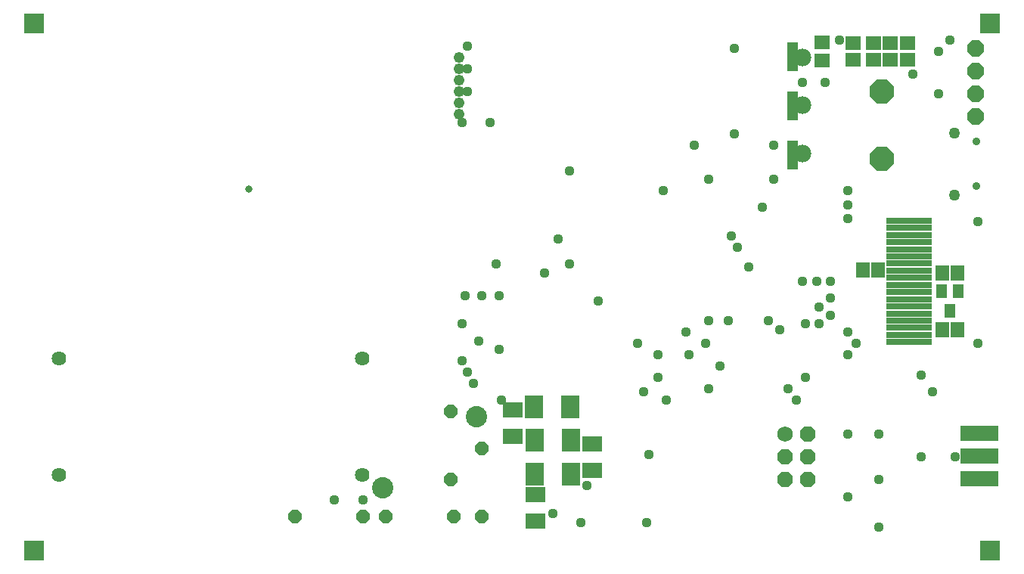
<source format=gts>
G75*
G70*
%OFA0B0*%
%FSLAX24Y24*%
%IPPOS*%
%LPD*%
%AMOC8*
5,1,8,0,0,1.08239X$1,22.5*
%
%ADD10C,0.0316*%
%ADD11R,0.1680X0.0680*%
%ADD12OC8,0.0740*%
%ADD13R,0.0710X0.0592*%
%ADD14R,0.0671X0.0592*%
%ADD15OC8,0.0600*%
%ADD16R,0.0789X0.1025*%
%ADD17R,0.0867X0.0671*%
%ADD18R,0.0474X0.1261*%
%ADD19C,0.0940*%
%ADD20C,0.0350*%
%ADD21C,0.0500*%
%ADD22OC8,0.1080*%
%ADD23C,0.0477*%
%ADD24R,0.2009X0.0277*%
%ADD25C,0.0680*%
%ADD26OC8,0.0680*%
%ADD27R,0.0592X0.0671*%
%ADD28R,0.0474X0.0631*%
%ADD29C,0.0780*%
%ADD30C,0.0437*%
%ADD31R,0.0867X0.0867*%
%ADD32C,0.0640*%
D10*
X010423Y017264D03*
D11*
X042632Y006476D03*
X042632Y005476D03*
X042632Y004476D03*
D12*
X042456Y020441D03*
X042456Y021441D03*
X042456Y022441D03*
X042456Y023441D03*
D13*
X035706Y023710D03*
X035706Y022922D03*
D14*
X037081Y022942D03*
X037956Y022942D03*
X038706Y022942D03*
X039456Y022942D03*
X039456Y023690D03*
X038706Y023690D03*
X037956Y023690D03*
X037081Y023690D03*
D15*
X019331Y007441D03*
X020706Y005816D03*
X019331Y004441D03*
X019456Y002816D03*
X020706Y002816D03*
X016456Y002816D03*
X015456Y002816D03*
X012456Y002816D03*
D16*
X023033Y004691D03*
X024628Y004691D03*
X024628Y006191D03*
X023033Y006191D03*
X022996Y007652D03*
X024590Y007652D03*
D17*
X022081Y007531D03*
X022081Y006350D03*
X025581Y006031D03*
X025581Y004850D03*
X023081Y003781D03*
X023081Y002600D03*
D18*
X034411Y018744D03*
X034411Y020909D03*
X034411Y023074D03*
D19*
X020452Y007227D03*
X016318Y004074D03*
D20*
X042507Y017367D03*
X042507Y019336D03*
D21*
X041523Y019729D03*
X041523Y016973D03*
D22*
X038331Y018586D03*
X038331Y021546D03*
D23*
X019706Y021566D03*
X019706Y022066D03*
X019706Y022566D03*
X019706Y023066D03*
X019706Y021066D03*
X019706Y020566D03*
D24*
X039522Y015858D03*
X039522Y015543D03*
X039522Y015228D03*
X039522Y014913D03*
X039522Y014598D03*
X039522Y014283D03*
X039522Y013968D03*
X039522Y013653D03*
X039522Y013339D03*
X039522Y013024D03*
X039522Y012709D03*
X039522Y012394D03*
X039522Y012079D03*
X039522Y011764D03*
X039522Y011449D03*
X039522Y011134D03*
X039522Y010819D03*
X039522Y010504D03*
D25*
X034064Y006450D03*
D26*
X035064Y006450D03*
X035064Y005450D03*
X034064Y005450D03*
X034064Y004450D03*
X035064Y004450D03*
D27*
X040996Y011066D03*
X041665Y011066D03*
X041665Y013566D03*
X040996Y013566D03*
X038165Y013691D03*
X037496Y013691D03*
D28*
X040957Y012749D03*
X041705Y012749D03*
X041331Y011883D03*
D29*
X034831Y018816D03*
X034831Y020941D03*
X034831Y023066D03*
D30*
X034831Y021941D03*
X035831Y021941D03*
X036456Y023816D03*
X039706Y022316D03*
X040831Y021441D03*
X040831Y023316D03*
X041331Y023816D03*
X033581Y019191D03*
X031831Y019676D03*
X031831Y019691D03*
X030081Y019191D03*
X030706Y017691D03*
X028706Y017191D03*
X031706Y015191D03*
X031956Y014691D03*
X032456Y013816D03*
X034831Y013191D03*
X035456Y013191D03*
X036081Y013191D03*
X036081Y012441D03*
X035581Y012066D03*
X036081Y011691D03*
X035581Y011316D03*
X034956Y011316D03*
X033831Y011066D03*
X033331Y011441D03*
X031581Y011441D03*
X030706Y011441D03*
X029706Y010941D03*
X030581Y010441D03*
X029831Y009941D03*
X028456Y009941D03*
X027581Y010441D03*
X028456Y008941D03*
X027831Y008316D03*
X028831Y007941D03*
X030706Y008441D03*
X031206Y009441D03*
X034206Y008441D03*
X034581Y007941D03*
X034956Y008941D03*
X036831Y009941D03*
X037206Y010441D03*
X036831Y010941D03*
X040081Y009066D03*
X040581Y008316D03*
X042581Y010441D03*
X038206Y006441D03*
X036831Y006441D03*
X038206Y004441D03*
X036831Y003691D03*
X038206Y002357D03*
X040081Y005441D03*
X041581Y005441D03*
X028081Y005566D03*
X025331Y004191D03*
X023831Y002941D03*
X025081Y002566D03*
X027956Y002566D03*
X021581Y007941D03*
X020331Y008691D03*
X020081Y009191D03*
X019831Y009691D03*
X021456Y010191D03*
X020581Y010566D03*
X019831Y011316D03*
X019956Y012566D03*
X020706Y012566D03*
X021456Y012565D03*
X023456Y013566D03*
X024581Y013941D03*
X024081Y015066D03*
X021331Y013941D03*
X025831Y012316D03*
X033081Y016441D03*
X033581Y017691D03*
X036831Y017191D03*
X036831Y016566D03*
X036831Y015941D03*
X042581Y015816D03*
X031831Y023441D03*
X024581Y018066D03*
X021081Y020191D03*
X019831Y020191D03*
X020081Y021566D03*
X020081Y022566D03*
X020081Y023566D03*
X015456Y003566D03*
X014206Y003566D03*
D31*
X000974Y001319D03*
X000974Y024547D03*
X043100Y024547D03*
X043100Y001319D03*
D32*
X015443Y004665D03*
X015443Y009783D03*
X002057Y009783D03*
X002057Y004665D03*
M02*

</source>
